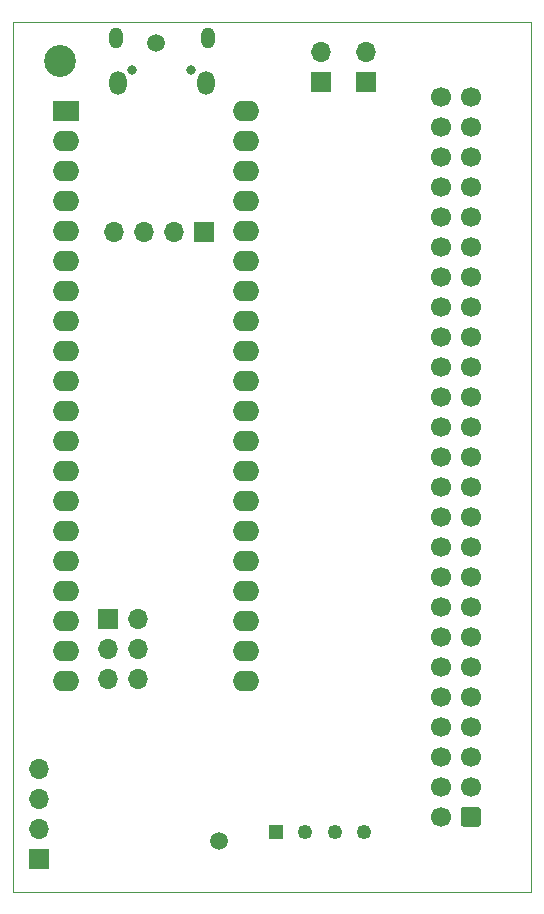
<source format=gbr>
%TF.GenerationSoftware,KiCad,Pcbnew,(5.1.9-16-g1737927814)-1*%
%TF.CreationDate,2021-05-19T17:32:57-05:00*%
%TF.ProjectId,bluepill_scsi,626c7565-7069-46c6-9c5f-736373692e6b,rev?*%
%TF.SameCoordinates,Original*%
%TF.FileFunction,Soldermask,Bot*%
%TF.FilePolarity,Negative*%
%FSLAX46Y46*%
G04 Gerber Fmt 4.6, Leading zero omitted, Abs format (unit mm)*
G04 Created by KiCad (PCBNEW (5.1.9-16-g1737927814)-1) date 2021-05-19 17:32:57*
%MOMM*%
%LPD*%
G01*
G04 APERTURE LIST*
%TA.AperFunction,Profile*%
%ADD10C,0.050000*%
%TD*%
%ADD11C,1.500000*%
%ADD12C,1.700000*%
%ADD13O,1.700000X1.700000*%
%ADD14R,1.700000X1.700000*%
%ADD15O,0.800000X0.800000*%
%ADD16O,1.150000X1.800000*%
%ADD17O,1.450000X2.000000*%
%ADD18O,2.250000X1.727200*%
%ADD19R,2.250000X1.727200*%
%ADD20C,2.700000*%
%ADD21R,1.250000X1.250000*%
%ADD22C,1.250000*%
G04 APERTURE END LIST*
D10*
X71755000Y-149225000D02*
X71120000Y-149225000D01*
X71120000Y-147955000D02*
X71120000Y-149225000D01*
X114935000Y-149225000D02*
X71755000Y-149225000D01*
X114935000Y-147955000D02*
X114935000Y-149225000D01*
X114935000Y-75565000D02*
X71120000Y-75565000D01*
X114935000Y-147955000D02*
X114935000Y-75565000D01*
X71120000Y-147955000D02*
X71120000Y-75565000D01*
D11*
%TO.C,TP6*%
X88519000Y-144907000D03*
%TD*%
%TO.C,TP1*%
X83185000Y-77343000D03*
%TD*%
D12*
%TO.C,J5*%
X107315000Y-81915000D03*
X107315000Y-84455000D03*
X107315000Y-86995000D03*
X107315000Y-89535000D03*
X107315000Y-92075000D03*
X107315000Y-94615000D03*
X107315000Y-97155000D03*
X107315000Y-99695000D03*
X107315000Y-102235000D03*
X107315000Y-104775000D03*
X107315000Y-107315000D03*
X107315000Y-109855000D03*
X107315000Y-112395000D03*
X107315000Y-114935000D03*
X107315000Y-117475000D03*
X107315000Y-120015000D03*
X107315000Y-122555000D03*
X107315000Y-125095000D03*
X107315000Y-127635000D03*
X107315000Y-130175000D03*
X107315000Y-132715000D03*
X107315000Y-135255000D03*
X107315000Y-137795000D03*
X107315000Y-140335000D03*
X107315000Y-142875000D03*
X109855000Y-81915000D03*
X109855000Y-84455000D03*
X109855000Y-86995000D03*
X109855000Y-89535000D03*
X109855000Y-92075000D03*
X109855000Y-94615000D03*
X109855000Y-97155000D03*
X109855000Y-99695000D03*
X109855000Y-102235000D03*
X109855000Y-104775000D03*
X109855000Y-107315000D03*
X109855000Y-109855000D03*
X109855000Y-112395000D03*
X109855000Y-114935000D03*
X109855000Y-117475000D03*
X109855000Y-120015000D03*
X109855000Y-122555000D03*
X109855000Y-125095000D03*
X109855000Y-127635000D03*
X109855000Y-130175000D03*
X109855000Y-132715000D03*
X109855000Y-135255000D03*
X109855000Y-137795000D03*
X109855000Y-140335000D03*
G36*
G01*
X110705000Y-142275000D02*
X110705000Y-143475000D01*
G75*
G02*
X110455000Y-143725000I-250000J0D01*
G01*
X109255000Y-143725000D01*
G75*
G02*
X109005000Y-143475000I0J250000D01*
G01*
X109005000Y-142275000D01*
G75*
G02*
X109255000Y-142025000I250000J0D01*
G01*
X110455000Y-142025000D01*
G75*
G02*
X110705000Y-142275000I0J-250000D01*
G01*
G37*
%TD*%
D13*
%TO.C,J8*%
X73279000Y-138811000D03*
X73279000Y-141351000D03*
X73279000Y-143891000D03*
D14*
X73279000Y-146431000D03*
%TD*%
D13*
%TO.C,J7*%
X81661000Y-131191000D03*
X79121000Y-131191000D03*
X81661000Y-128651000D03*
X79121000Y-128651000D03*
X81661000Y-126111000D03*
D14*
X79121000Y-126111000D03*
%TD*%
D13*
%TO.C,J2*%
X79629000Y-93345000D03*
X82169000Y-93345000D03*
X84709000Y-93345000D03*
D14*
X87249000Y-93345000D03*
%TD*%
D15*
%TO.C,J3*%
X81193000Y-79667000D03*
X86193000Y-79667000D03*
D16*
X79818000Y-76917000D03*
X87568000Y-76917000D03*
D17*
X79968000Y-80717000D03*
X87418000Y-80717000D03*
%TD*%
D18*
%TO.C,U3*%
X90805000Y-83083400D03*
X90805000Y-85674200D03*
X90805000Y-88214200D03*
X90805000Y-90754200D03*
X90805000Y-93294200D03*
X90805000Y-95834200D03*
X90805000Y-98374200D03*
X90805000Y-100914200D03*
X90805000Y-103454200D03*
X90805000Y-105994200D03*
X90805000Y-108534200D03*
X90805000Y-111074200D03*
X90805000Y-113614200D03*
X90805000Y-116154200D03*
X90805000Y-118694200D03*
X90805000Y-121234200D03*
X90805000Y-123774200D03*
X90805000Y-126314200D03*
X90805000Y-128854200D03*
X90805000Y-131394200D03*
X75565000Y-131394200D03*
X75565000Y-128854200D03*
X75565000Y-126314200D03*
X75565000Y-123774200D03*
X75565000Y-121234200D03*
X75565000Y-118694200D03*
X75565000Y-116154200D03*
X75565000Y-113614200D03*
X75565000Y-111074200D03*
X75565000Y-108534200D03*
X75565000Y-105994200D03*
X75565000Y-103454200D03*
X75565000Y-100914200D03*
X75565000Y-98374200D03*
X75565000Y-95834200D03*
X75565000Y-93294200D03*
X75565000Y-90754200D03*
X75565000Y-88214200D03*
X75565000Y-85674200D03*
D19*
X75565000Y-83134200D03*
%TD*%
D20*
%TO.C,H1*%
X75057000Y-78867000D03*
%TD*%
D14*
%TO.C,JP1*%
X100965000Y-80645000D03*
D13*
X100965000Y-78105000D03*
%TD*%
%TO.C,JP2*%
X97155000Y-78105000D03*
D14*
X97155000Y-80645000D03*
%TD*%
D21*
%TO.C,J4*%
X93345000Y-144145000D03*
D22*
X95845000Y-144145000D03*
X98345000Y-144145000D03*
X100845000Y-144145000D03*
%TD*%
M02*

</source>
